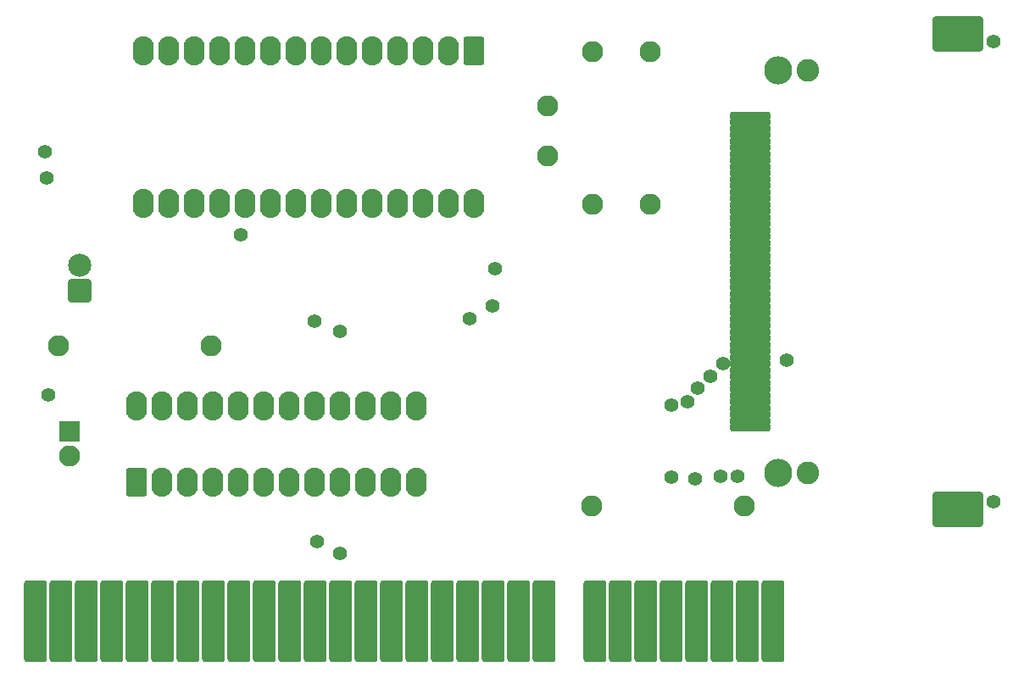
<source format=gts>
%TF.GenerationSoftware,KiCad,Pcbnew,9.0.0*%
%TF.CreationDate,2025-03-25T10:37:28+02:00*%
%TF.ProjectId,xt-cf,78742d63-662e-46b6-9963-61645f706362,rev?*%
%TF.SameCoordinates,Original*%
%TF.FileFunction,Soldermask,Top*%
%TF.FilePolarity,Negative*%
%FSLAX46Y46*%
G04 Gerber Fmt 4.6, Leading zero omitted, Abs format (unit mm)*
G04 Created by KiCad (PCBNEW 9.0.0) date 2025-03-25 10:37:28*
%MOMM*%
%LPD*%
G01*
G04 APERTURE LIST*
G04 Aperture macros list*
%AMRoundRect*
0 Rectangle with rounded corners*
0 $1 Rounding radius*
0 $2 $3 $4 $5 $6 $7 $8 $9 X,Y pos of 4 corners*
0 Add a 4 corners polygon primitive as box body*
4,1,4,$2,$3,$4,$5,$6,$7,$8,$9,$2,$3,0*
0 Add four circle primitives for the rounded corners*
1,1,$1+$1,$2,$3*
1,1,$1+$1,$4,$5*
1,1,$1+$1,$6,$7*
1,1,$1+$1,$8,$9*
0 Add four rect primitives between the rounded corners*
20,1,$1+$1,$2,$3,$4,$5,0*
20,1,$1+$1,$4,$5,$6,$7,0*
20,1,$1+$1,$6,$7,$8,$9,0*
20,1,$1+$1,$8,$9,$2,$3,0*%
G04 Aperture macros list end*
%ADD10RoundRect,0.329375X0.724625X-1.124625X0.724625X1.124625X-0.724625X1.124625X-0.724625X-1.124625X0*%
%ADD11O,2.108000X2.908000*%
%ADD12C,2.108000*%
%ADD13RoundRect,0.254000X-0.889000X-3.810000X0.889000X-3.810000X0.889000X3.810000X-0.889000X3.810000X0*%
%ADD14O,2.108000X2.108000*%
%ADD15RoundRect,0.254000X0.900000X-0.900000X0.900000X0.900000X-0.900000X0.900000X-0.900000X-0.900000X0*%
%ADD16C,2.308000*%
%ADD17RoundRect,0.329375X-0.724625X1.124625X-0.724625X-1.124625X0.724625X-1.124625X0.724625X1.124625X0*%
%ADD18RoundRect,0.254000X2.250440X-1.499870X2.250440X1.499870X-2.250440X1.499870X-2.250440X-1.499870X0*%
%ADD19C,1.407160*%
%ADD20C,2.809240*%
%ADD21C,2.258060*%
%ADD22RoundRect,0.254000X1.750060X-0.190500X1.750060X0.190500X-1.750060X0.190500X-1.750060X-0.190500X0*%
%ADD23RoundRect,0.254000X-0.800000X0.800000X-0.800000X-0.800000X0.800000X-0.800000X0.800000X0.800000X0*%
%ADD24C,1.397000*%
G04 APERTURE END LIST*
D10*
%TO.C,U1*%
X114180000Y-116620000D03*
D11*
X116720000Y-116620000D03*
X119260000Y-116620000D03*
X121800000Y-116620000D03*
X124340000Y-116620000D03*
X126880000Y-116620000D03*
X129420000Y-116620000D03*
X131960000Y-116620000D03*
X134500000Y-116620000D03*
X137040000Y-116620000D03*
X139580000Y-116620000D03*
X142120000Y-116620000D03*
X142120000Y-109000000D03*
X139580000Y-109000000D03*
X137040000Y-109000000D03*
X134500000Y-109000000D03*
X131960000Y-109000000D03*
X129420000Y-109000000D03*
X126880000Y-109000000D03*
X124340000Y-109000000D03*
X121800000Y-109000000D03*
X119260000Y-109000000D03*
X116720000Y-109000000D03*
X114180000Y-109000000D03*
%TD*%
D12*
%TO.C,C1*%
X155250000Y-84000000D03*
X155250000Y-79000000D03*
%TD*%
D13*
%TO.C,BUS1*%
X177800000Y-130492500D03*
X175260000Y-130492500D03*
X172720000Y-130492500D03*
X170180000Y-130492500D03*
X167640000Y-130492500D03*
X165100000Y-130492500D03*
X162560000Y-130492500D03*
X160020000Y-130492500D03*
X154940000Y-130492500D03*
X152400000Y-130492500D03*
X149860000Y-130492500D03*
X147320000Y-130492500D03*
X144780000Y-130492500D03*
X142240000Y-130492500D03*
X139700000Y-130492500D03*
X137160000Y-130492500D03*
X134620000Y-130492500D03*
X132080000Y-130492500D03*
X129540000Y-130492500D03*
X127000000Y-130492500D03*
X124460000Y-130492500D03*
X121920000Y-130492500D03*
X119380000Y-130492500D03*
X116840000Y-130492500D03*
X114300000Y-130492500D03*
X111760000Y-130492500D03*
X109220000Y-130492500D03*
X106680000Y-130492500D03*
X104140000Y-130492500D03*
%TD*%
D12*
%TO.C,R1*%
X106380000Y-103000000D03*
D14*
X121620000Y-103000000D03*
%TD*%
D12*
%TO.C,R3*%
X165500000Y-88870000D03*
D14*
X165500000Y-73630000D03*
%TD*%
D12*
%TO.C,R4*%
X159750000Y-88870000D03*
D14*
X159750000Y-73630000D03*
%TD*%
D15*
%TO.C,D1*%
X108500000Y-97500000D03*
D16*
X108500000Y-94960000D03*
%TD*%
D17*
%TO.C,U2*%
X147870000Y-73510000D03*
D11*
X145330000Y-73510000D03*
X142790000Y-73510000D03*
X140250000Y-73510000D03*
X137710000Y-73510000D03*
X135170000Y-73510000D03*
X132630000Y-73510000D03*
X130090000Y-73510000D03*
X127550000Y-73510000D03*
X125010000Y-73510000D03*
X122470000Y-73510000D03*
X119930000Y-73510000D03*
X117390000Y-73510000D03*
X114850000Y-73510000D03*
X114850000Y-88750000D03*
X117390000Y-88750000D03*
X119930000Y-88750000D03*
X122470000Y-88750000D03*
X125010000Y-88750000D03*
X127550000Y-88750000D03*
X130090000Y-88750000D03*
X132630000Y-88750000D03*
X135170000Y-88750000D03*
X137710000Y-88750000D03*
X140250000Y-88750000D03*
X142790000Y-88750000D03*
X145330000Y-88750000D03*
X147870000Y-88750000D03*
%TD*%
D18*
%TO.C,P1*%
X196250040Y-119316500D03*
D19*
X199747620Y-118567200D03*
D20*
X178249060Y-115687540D03*
D21*
X181248800Y-115687540D03*
D20*
X178249060Y-75447460D03*
D21*
X181248800Y-75447460D03*
D19*
X199747620Y-72567800D03*
D18*
X196250040Y-71818500D03*
D22*
X175498240Y-111125000D03*
X175498240Y-109855000D03*
X175498240Y-108585000D03*
X175498240Y-107315000D03*
X175498240Y-106045000D03*
X175498240Y-104775000D03*
X175498240Y-103505000D03*
X175498240Y-102235000D03*
X175498240Y-100965000D03*
X175498240Y-99695000D03*
X175498240Y-98425000D03*
X175498240Y-97155000D03*
X175498240Y-95885000D03*
X175498240Y-94615000D03*
X175498240Y-93345000D03*
X175498240Y-92075000D03*
X175498240Y-90805000D03*
X175498240Y-89535000D03*
X175498240Y-88265000D03*
X175498240Y-86995000D03*
X175498240Y-85725000D03*
X175498240Y-84455000D03*
X175498240Y-83185000D03*
X175498240Y-81915000D03*
X175498240Y-80645000D03*
X175498240Y-110490000D03*
X175498240Y-109220000D03*
X175498240Y-107950000D03*
X175498240Y-106680000D03*
X175498240Y-105410000D03*
X175498240Y-104140000D03*
X175498240Y-102870000D03*
X175498240Y-101600000D03*
X175498240Y-100330000D03*
X175498240Y-99060000D03*
X175498240Y-97790000D03*
X175498240Y-96520000D03*
X175498240Y-95250000D03*
X175498240Y-93980000D03*
X175498240Y-92710000D03*
X175498240Y-91440000D03*
X175498240Y-90170000D03*
X175498240Y-88900000D03*
X175498240Y-87630000D03*
X175498240Y-86360000D03*
X175498240Y-85090000D03*
X175498240Y-83820000D03*
X175498240Y-82550000D03*
X175498240Y-81280000D03*
X175498240Y-80010000D03*
%TD*%
D12*
%TO.C,R2*%
X174870000Y-119000000D03*
D14*
X159630000Y-119000000D03*
%TD*%
D23*
%TO.C,C2*%
X107500000Y-111500000D03*
D12*
X107500000Y-114000000D03*
%TD*%
D24*
X105022650Y-83629297D03*
X132250000Y-122500000D03*
X134500000Y-123750000D03*
X105386600Y-107863400D03*
X105250000Y-86250000D03*
X167640000Y-116110000D03*
X167612040Y-108887960D03*
X170000000Y-116250000D03*
X169223279Y-108585000D03*
X170250000Y-107250000D03*
X172500000Y-116000000D03*
X171500000Y-106000000D03*
X174250000Y-116000000D03*
X172750000Y-104775000D03*
X134500000Y-101500000D03*
X132000000Y-100500000D03*
X124625000Y-91875000D03*
X147500000Y-100250000D03*
X149750000Y-99000000D03*
X179095393Y-104404607D03*
X150000000Y-95250000D03*
M02*

</source>
